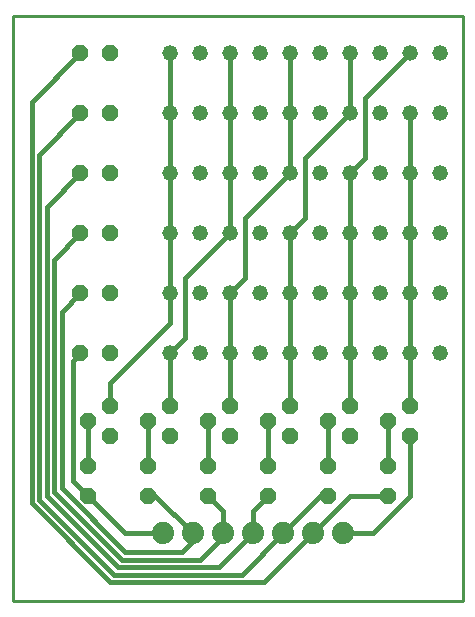
<source format=gbl>
G75*
G70*
%OFA0B0*%
%FSLAX24Y24*%
%IPPOS*%
%LPD*%
%AMOC8*
5,1,8,0,0,1.08239X$1,22.5*
%
%ADD10C,0.0100*%
%ADD11C,0.0520*%
%ADD12C,0.0740*%
%ADD13OC8,0.0520*%
%ADD14C,0.0160*%
D10*
X000151Y000151D02*
X000151Y019647D01*
X015146Y019647D01*
X015146Y000151D01*
X000151Y000151D01*
D11*
X005401Y008401D03*
X006401Y008401D03*
X007401Y008401D03*
X008401Y008401D03*
X009401Y008401D03*
X010401Y008401D03*
X011401Y008401D03*
X012401Y008401D03*
X013401Y008401D03*
X014401Y008401D03*
X014401Y010401D03*
X013401Y010401D03*
X012401Y010401D03*
X011401Y010401D03*
X010401Y010401D03*
X009401Y010401D03*
X008401Y010401D03*
X007401Y010401D03*
X006401Y010401D03*
X005401Y010401D03*
X005401Y012401D03*
X006401Y012401D03*
X007401Y012401D03*
X008401Y012401D03*
X009401Y012401D03*
X010401Y012401D03*
X011401Y012401D03*
X012401Y012401D03*
X013401Y012401D03*
X014401Y012401D03*
X014401Y014401D03*
X013401Y014401D03*
X012401Y014401D03*
X011401Y014401D03*
X010401Y014401D03*
X009401Y014401D03*
X008401Y014401D03*
X007401Y014401D03*
X006401Y014401D03*
X005401Y014401D03*
X005401Y016401D03*
X006401Y016401D03*
X007401Y016401D03*
X008401Y016401D03*
X009401Y016401D03*
X010401Y016401D03*
X011401Y016401D03*
X012401Y016401D03*
X013401Y016401D03*
X014401Y016401D03*
X014401Y018401D03*
X013401Y018401D03*
X012401Y018401D03*
X011401Y018401D03*
X010401Y018401D03*
X009401Y018401D03*
X008401Y018401D03*
X007401Y018401D03*
X006401Y018401D03*
X005401Y018401D03*
D12*
X005151Y002401D03*
X006151Y002401D03*
X007151Y002401D03*
X008151Y002401D03*
X009151Y002401D03*
X010151Y002401D03*
X011151Y002401D03*
D13*
X010651Y003651D03*
X010651Y004651D03*
X011401Y005651D03*
X010651Y006151D03*
X011401Y006651D03*
X012651Y006151D03*
X013401Y005651D03*
X013401Y006651D03*
X012651Y004651D03*
X012651Y003651D03*
X009401Y005651D03*
X008651Y006151D03*
X009401Y006651D03*
X008651Y004651D03*
X008651Y003651D03*
X007401Y005651D03*
X006651Y006151D03*
X007401Y006651D03*
X006651Y004651D03*
X006651Y003651D03*
X005401Y005651D03*
X004651Y006151D03*
X005401Y006651D03*
X004651Y004651D03*
X004651Y003651D03*
X003401Y005651D03*
X002651Y006151D03*
X003401Y006651D03*
X003401Y008401D03*
X002401Y008401D03*
X002401Y010401D03*
X003401Y010401D03*
X003401Y012401D03*
X002401Y012401D03*
X002401Y014401D03*
X003401Y014401D03*
X003401Y016401D03*
X002401Y016401D03*
X002401Y018401D03*
X003401Y018401D03*
X002651Y004651D03*
X002651Y003651D03*
D14*
X003901Y002401D01*
X005151Y002401D01*
X005776Y001776D02*
X006151Y002151D01*
X006151Y002401D01*
X004901Y003651D01*
X004651Y003651D01*
X004651Y004651D02*
X004651Y006151D01*
X005401Y006651D02*
X005401Y008401D01*
X005901Y008901D01*
X005901Y010901D01*
X007401Y012401D01*
X007401Y014401D01*
X007401Y016401D01*
X007401Y018401D01*
X005401Y018401D02*
X005401Y016401D01*
X005401Y014401D01*
X005401Y012401D01*
X005401Y010401D01*
X005401Y009401D01*
X003401Y007401D01*
X003401Y006651D01*
X002651Y006151D02*
X002651Y004651D01*
X002151Y004151D02*
X002651Y003651D01*
X002151Y004151D02*
X002151Y008151D01*
X002401Y008401D01*
X001776Y009776D02*
X001776Y003901D01*
X003901Y001776D01*
X005776Y001776D01*
X006401Y001526D02*
X007151Y002276D01*
X007151Y002401D01*
X007151Y003151D01*
X006651Y003651D01*
X006651Y004651D02*
X006651Y006151D01*
X007401Y006651D02*
X007401Y008401D01*
X007401Y010401D01*
X007901Y010901D01*
X007901Y012901D01*
X009401Y014401D01*
X009401Y016401D01*
X009401Y018401D01*
X011401Y018401D02*
X011401Y016401D01*
X009901Y014901D01*
X009901Y012901D01*
X009401Y012401D01*
X009401Y010401D01*
X009401Y008401D01*
X009401Y006651D01*
X008651Y006151D02*
X008651Y004651D01*
X008651Y003651D02*
X008151Y003151D01*
X008151Y002401D01*
X007026Y001276D01*
X003651Y001276D01*
X001276Y003651D01*
X001276Y013276D01*
X002401Y014401D01*
X001026Y015026D02*
X001026Y003526D01*
X003526Y001026D01*
X007776Y001026D01*
X009151Y002401D01*
X010401Y003651D01*
X010651Y003651D01*
X011401Y003651D02*
X012651Y003651D01*
X013401Y003651D02*
X013401Y005651D01*
X012651Y006151D02*
X012651Y004651D01*
X013401Y003651D02*
X012151Y002401D01*
X011151Y002401D01*
X010151Y002401D02*
X011401Y003651D01*
X010651Y004651D02*
X010651Y006151D01*
X011401Y006651D02*
X011401Y008401D01*
X011401Y010401D01*
X011401Y012401D01*
X011401Y014401D01*
X011901Y014901D01*
X011901Y016901D01*
X013401Y018401D01*
X013401Y016401D02*
X013401Y014401D01*
X013401Y012401D01*
X013401Y010401D01*
X013401Y008401D01*
X013401Y006651D01*
X010151Y002401D02*
X008526Y000776D01*
X003401Y000776D01*
X000776Y003401D01*
X000776Y016776D01*
X002401Y018401D01*
X002401Y016401D02*
X001026Y015026D01*
X002401Y012401D02*
X001526Y011526D01*
X001526Y003776D01*
X003776Y001526D01*
X006401Y001526D01*
X001776Y009776D02*
X002401Y010401D01*
M02*

</source>
